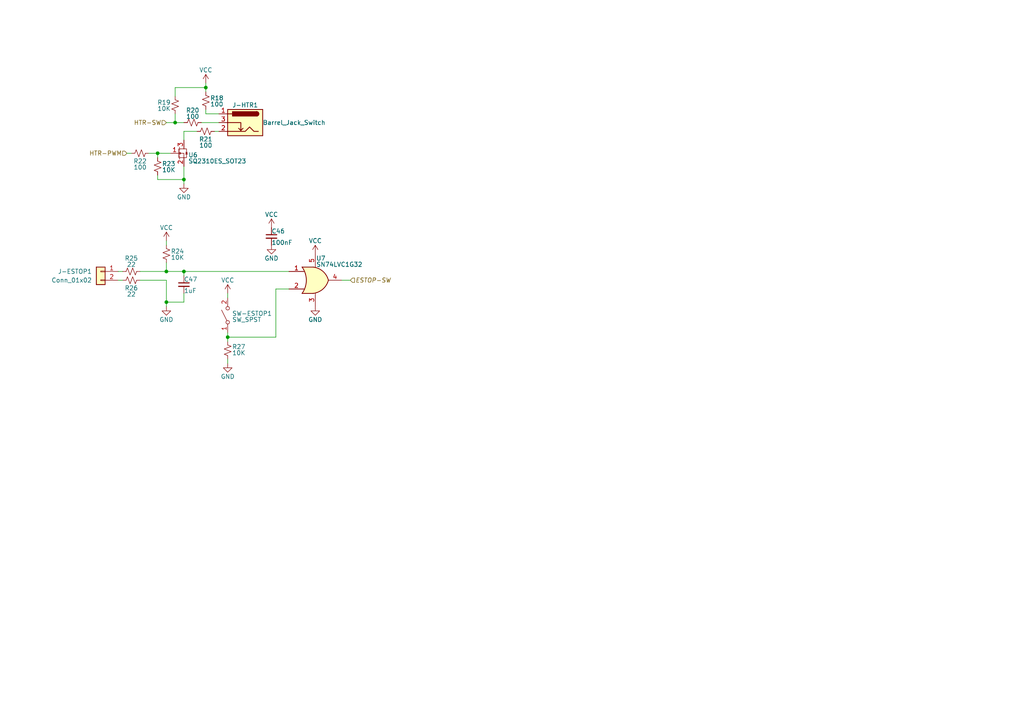
<source format=kicad_sch>
(kicad_sch (version 20230121) (generator eeschema)

  (uuid bcf0c1fb-c5db-4dbb-b9c5-7fad88a53600)

  (paper "A4")

  (title_block
    (title "EasyBake Reflow Oven")
    (rev "6")
    (company "Daxxn Industries")
  )

  (lib_symbols
    (symbol "Connector:Barrel_Jack_Switch" (pin_names hide) (in_bom yes) (on_board yes)
      (property "Reference" "J" (at 0 5.334 0)
        (effects (font (size 1.27 1.27)))
      )
      (property "Value" "Barrel_Jack_Switch" (at 0 -5.08 0)
        (effects (font (size 1.27 1.27)))
      )
      (property "Footprint" "" (at 1.27 -1.016 0)
        (effects (font (size 1.27 1.27)) hide)
      )
      (property "Datasheet" "~" (at 1.27 -1.016 0)
        (effects (font (size 1.27 1.27)) hide)
      )
      (property "ki_keywords" "DC power barrel jack connector" (at 0 0 0)
        (effects (font (size 1.27 1.27)) hide)
      )
      (property "ki_description" "DC Barrel Jack with an internal switch" (at 0 0 0)
        (effects (font (size 1.27 1.27)) hide)
      )
      (property "ki_fp_filters" "BarrelJack*" (at 0 0 0)
        (effects (font (size 1.27 1.27)) hide)
      )
      (symbol "Barrel_Jack_Switch_0_1"
        (rectangle (start -5.08 3.81) (end 5.08 -3.81)
          (stroke (width 0.254) (type default))
          (fill (type background))
        )
        (arc (start -3.302 3.175) (mid -3.9343 2.54) (end -3.302 1.905)
          (stroke (width 0.254) (type default))
          (fill (type none))
        )
        (arc (start -3.302 3.175) (mid -3.9343 2.54) (end -3.302 1.905)
          (stroke (width 0.254) (type default))
          (fill (type outline))
        )
        (polyline
          (pts
            (xy 1.27 -2.286)
            (xy 1.905 -1.651)
          )
          (stroke (width 0.254) (type default))
          (fill (type none))
        )
        (polyline
          (pts
            (xy 5.08 2.54)
            (xy 3.81 2.54)
          )
          (stroke (width 0.254) (type default))
          (fill (type none))
        )
        (polyline
          (pts
            (xy 5.08 0)
            (xy 1.27 0)
            (xy 1.27 -2.286)
            (xy 0.635 -1.651)
          )
          (stroke (width 0.254) (type default))
          (fill (type none))
        )
        (polyline
          (pts
            (xy -3.81 -2.54)
            (xy -2.54 -2.54)
            (xy -1.27 -1.27)
            (xy 0 -2.54)
            (xy 2.54 -2.54)
            (xy 5.08 -2.54)
          )
          (stroke (width 0.254) (type default))
          (fill (type none))
        )
        (rectangle (start 3.683 3.175) (end -3.302 1.905)
          (stroke (width 0.254) (type default))
          (fill (type outline))
        )
      )
      (symbol "Barrel_Jack_Switch_1_1"
        (pin passive line (at 7.62 2.54 180) (length 2.54)
          (name "~" (effects (font (size 1.27 1.27))))
          (number "1" (effects (font (size 1.27 1.27))))
        )
        (pin passive line (at 7.62 -2.54 180) (length 2.54)
          (name "~" (effects (font (size 1.27 1.27))))
          (number "2" (effects (font (size 1.27 1.27))))
        )
        (pin passive line (at 7.62 0 180) (length 2.54)
          (name "~" (effects (font (size 1.27 1.27))))
          (number "3" (effects (font (size 1.27 1.27))))
        )
      )
    )
    (symbol "Connector_Generic:Conn_01x02" (pin_names (offset 1.016) hide) (in_bom yes) (on_board yes)
      (property "Reference" "J" (at 0 2.54 0)
        (effects (font (size 1.27 1.27)))
      )
      (property "Value" "Conn_01x02" (at 0 -5.08 0)
        (effects (font (size 1.27 1.27)))
      )
      (property "Footprint" "" (at 0 0 0)
        (effects (font (size 1.27 1.27)) hide)
      )
      (property "Datasheet" "~" (at 0 0 0)
        (effects (font (size 1.27 1.27)) hide)
      )
      (property "ki_keywords" "connector" (at 0 0 0)
        (effects (font (size 1.27 1.27)) hide)
      )
      (property "ki_description" "Generic connector, single row, 01x02, script generated (kicad-library-utils/schlib/autogen/connector/)" (at 0 0 0)
        (effects (font (size 1.27 1.27)) hide)
      )
      (property "ki_fp_filters" "Connector*:*_1x??_*" (at 0 0 0)
        (effects (font (size 1.27 1.27)) hide)
      )
      (symbol "Conn_01x02_1_1"
        (rectangle (start -1.27 -2.413) (end 0 -2.667)
          (stroke (width 0.1524) (type default))
          (fill (type none))
        )
        (rectangle (start -1.27 0.127) (end 0 -0.127)
          (stroke (width 0.1524) (type default))
          (fill (type none))
        )
        (rectangle (start -1.27 1.27) (end 1.27 -3.81)
          (stroke (width 0.254) (type default))
          (fill (type background))
        )
        (pin passive line (at -5.08 0 0) (length 3.81)
          (name "Pin_1" (effects (font (size 1.27 1.27))))
          (number "1" (effects (font (size 1.27 1.27))))
        )
        (pin passive line (at -5.08 -2.54 0) (length 3.81)
          (name "Pin_2" (effects (font (size 1.27 1.27))))
          (number "2" (effects (font (size 1.27 1.27))))
        )
      )
    )
    (symbol "Daxxn_Logic:SN74LVC1G32" (pin_names (offset 1.016)) (in_bom yes) (on_board yes)
      (property "Reference" "U" (at 2.54 6.35 0)
        (effects (font (size 1.27 1.27)) (justify left))
      )
      (property "Value" "SN74LVC1G32" (at 2.54 3.81 0)
        (effects (font (size 1.27 1.27)) (justify left))
      )
      (property "Footprint" "Package_TO_SOT_SMD:SOT-23-5" (at 2.54 11.43 0)
        (effects (font (size 1.27 1.27)) (justify left) hide)
      )
      (property "Datasheet" "https://www.ti.com/lit/ds/symlink/sn74lvc1g32.pdf?HQS=dis-dk-null-digikeymode-dsf-pf-null-wwe&ts=1660110937907&ref_url=https%253A%252F%252Fwww.ti.com%252Fgeneral%252Fdocs%252Fsuppproductinfo.tsp%253FdistId%253D10%2526gotoUrl%253Dhttps%253A%252F%252Fwww.ti.com%252Flit%252Fgpn%252Fsn74lvc1g32" (at 2.54 8.89 0)
        (effects (font (size 1.27 1.27)) (justify left) hide)
      )
      (property "ki_keywords" "TTL Or2 single or" (at 0 0 0)
        (effects (font (size 1.27 1.27)) hide)
      )
      (property "ki_description" "Single 2-input OR" (at 0 0 0)
        (effects (font (size 1.27 1.27)) hide)
      )
      (property "ki_fp_filters" "DIP?14*" (at 0 0 0)
        (effects (font (size 1.27 1.27)) hide)
      )
      (symbol "SN74LVC1G32_1_1"
        (arc (start -3.81 -3.81) (mid -2.589 0) (end -3.81 3.81)
          (stroke (width 0.254) (type default))
          (fill (type none))
        )
        (arc (start -0.6096 -3.81) (mid 2.1855 -2.584) (end 3.81 0)
          (stroke (width 0.254) (type default))
          (fill (type background))
        )
        (polyline
          (pts
            (xy -3.81 -3.81)
            (xy -0.635 -3.81)
          )
          (stroke (width 0.254) (type default))
          (fill (type background))
        )
        (polyline
          (pts
            (xy -3.81 3.81)
            (xy -0.635 3.81)
          )
          (stroke (width 0.254) (type default))
          (fill (type background))
        )
        (polyline
          (pts
            (xy -0.635 3.81)
            (xy -3.81 3.81)
            (xy -3.81 3.81)
            (xy -3.556 3.4036)
            (xy -3.0226 2.2606)
            (xy -2.6924 1.0414)
            (xy -2.6162 -0.254)
            (xy -2.7686 -1.4986)
            (xy -3.175 -2.7178)
            (xy -3.81 -3.81)
            (xy -3.81 -3.81)
            (xy -0.635 -3.81)
          )
          (stroke (width -25.4) (type default))
          (fill (type background))
        )
        (arc (start 3.81 0) (mid 2.1928 2.5925) (end -0.6096 3.81)
          (stroke (width 0.254) (type default))
          (fill (type background))
        )
        (pin input line (at -7.62 2.54 0) (length 4.318)
          (name "~" (effects (font (size 1.27 1.27))))
          (number "1" (effects (font (size 1.27 1.27))))
        )
        (pin input line (at -7.62 -2.54 0) (length 4.318)
          (name "~" (effects (font (size 1.27 1.27))))
          (number "2" (effects (font (size 1.27 1.27))))
        )
        (pin power_in line (at 0 -7.62 90) (length 3.81)
          (name "~" (effects (font (size 1.27 1.27))))
          (number "3" (effects (font (size 1.27 1.27))))
        )
        (pin output line (at 7.62 0 180) (length 3.81)
          (name "~" (effects (font (size 1.27 1.27))))
          (number "4" (effects (font (size 1.27 1.27))))
        )
        (pin power_in line (at 0 7.62 270) (length 3.81)
          (name "~" (effects (font (size 1.27 1.27))))
          (number "5" (effects (font (size 1.27 1.27))))
        )
      )
    )
    (symbol "Daxxn_Transistors:SQ2310ES_SOT23" (in_bom yes) (on_board yes)
      (property "Reference" "U" (at 2.54 -1.27 0)
        (effects (font (size 1.27 1.27)) (justify left))
      )
      (property "Value" "SQ2310ES_SOT23" (at 2.54 1.27 0)
        (effects (font (size 1.27 1.27)) (justify left))
      )
      (property "Footprint" "Package_TO_SOT_SMD:SOT-23" (at 1.27 15.24 0)
        (effects (font (size 1.27 1.27)) hide)
      )
      (property "Datasheet" "C:\\Users\\Daxxn\\Documents\\Electrical\\Datasheets\\SQ2310ES.pdf" (at 1.27 12.7 0)
        (effects (font (size 1.27 1.27)) hide)
      )
      (property "ki_keywords" "n-ch mosfet fet" (at 0 0 0)
        (effects (font (size 1.27 1.27)) hide)
      )
      (property "ki_description" "N-Ch MOSFET" (at 0 0 0)
        (effects (font (size 1.27 1.27)) hide)
      )
      (symbol "SQ2310ES_SOT23_0_0"
        (pin input line (at -2.54 0 0) (length 2.25)
          (name "G" (effects (font (size 0 0))))
          (number "1" (effects (font (size 1.27 1.27))))
        )
        (pin bidirectional line (at 1.27 -3.81 90) (length 2.54)
          (name "S" (effects (font (size 0 0))))
          (number "2" (effects (font (size 1.27 1.27))))
        )
        (pin bidirectional line (at 1.27 3.81 270) (length 2.54)
          (name "D" (effects (font (size 0 0))))
          (number "3" (effects (font (size 1.27 1.27))))
        )
      )
      (symbol "SQ2310ES_SOT23_0_1"
        (polyline
          (pts
            (xy -0.254 -1.27)
            (xy -0.254 1.27)
          )
          (stroke (width 0) (type default))
          (fill (type none))
        )
        (polyline
          (pts
            (xy 0 -1.778)
            (xy 0 -0.762)
          )
          (stroke (width 0) (type default))
          (fill (type none))
        )
        (polyline
          (pts
            (xy 0 -0.508)
            (xy 0 0.508)
          )
          (stroke (width 0) (type default))
          (fill (type none))
        )
        (polyline
          (pts
            (xy 0 1.778)
            (xy 0 0.762)
          )
          (stroke (width 0) (type default))
          (fill (type none))
        )
        (polyline
          (pts
            (xy 1.778 0.254)
            (xy 2.286 0.254)
          )
          (stroke (width 0) (type default))
          (fill (type none))
        )
        (polyline
          (pts
            (xy 0 -1.27)
            (xy 1.27 -1.27)
            (xy 1.27 -1.27)
          )
          (stroke (width 0) (type default))
          (fill (type none))
        )
        (polyline
          (pts
            (xy 0 1.27)
            (xy 1.27 1.27)
            (xy 1.27 1.27)
          )
          (stroke (width 0) (type default))
          (fill (type none))
        )
        (polyline
          (pts
            (xy 1.27 -1.27)
            (xy 1.27 0)
            (xy 0 0)
          )
          (stroke (width 0) (type default))
          (fill (type none))
        )
        (polyline
          (pts
            (xy 0 0)
            (xy 0.254 0.254)
            (xy 0.254 -0.254)
            (xy 0 0)
          )
          (stroke (width 0) (type default))
          (fill (type none))
        )
        (polyline
          (pts
            (xy 1.27 -1.27)
            (xy 2.032 -1.27)
            (xy 2.032 1.27)
            (xy 1.27 1.27)
          )
          (stroke (width 0) (type default))
          (fill (type none))
        )
        (polyline
          (pts
            (xy 2.032 0.254)
            (xy 1.778 -0.254)
            (xy 2.286 -0.254)
            (xy 2.032 0.254)
          )
          (stroke (width 0) (type default))
          (fill (type outline))
        )
      )
    )
    (symbol "Device:C_Small" (pin_numbers hide) (pin_names (offset 0.254) hide) (in_bom yes) (on_board yes)
      (property "Reference" "C" (at 0.254 1.778 0)
        (effects (font (size 1.27 1.27)) (justify left))
      )
      (property "Value" "C_Small" (at 0.254 -2.032 0)
        (effects (font (size 1.27 1.27)) (justify left))
      )
      (property "Footprint" "" (at 0 0 0)
        (effects (font (size 1.27 1.27)) hide)
      )
      (property "Datasheet" "~" (at 0 0 0)
        (effects (font (size 1.27 1.27)) hide)
      )
      (property "ki_keywords" "capacitor cap" (at 0 0 0)
        (effects (font (size 1.27 1.27)) hide)
      )
      (property "ki_description" "Unpolarized capacitor, small symbol" (at 0 0 0)
        (effects (font (size 1.27 1.27)) hide)
      )
      (property "ki_fp_filters" "C_*" (at 0 0 0)
        (effects (font (size 1.27 1.27)) hide)
      )
      (symbol "C_Small_0_1"
        (polyline
          (pts
            (xy -1.524 -0.508)
            (xy 1.524 -0.508)
          )
          (stroke (width 0.3302) (type default))
          (fill (type none))
        )
        (polyline
          (pts
            (xy -1.524 0.508)
            (xy 1.524 0.508)
          )
          (stroke (width 0.3048) (type default))
          (fill (type none))
        )
      )
      (symbol "C_Small_1_1"
        (pin passive line (at 0 2.54 270) (length 2.032)
          (name "~" (effects (font (size 1.27 1.27))))
          (number "1" (effects (font (size 1.27 1.27))))
        )
        (pin passive line (at 0 -2.54 90) (length 2.032)
          (name "~" (effects (font (size 1.27 1.27))))
          (number "2" (effects (font (size 1.27 1.27))))
        )
      )
    )
    (symbol "Device:R_Small_US" (pin_numbers hide) (pin_names (offset 0.254) hide) (in_bom yes) (on_board yes)
      (property "Reference" "R" (at 0.762 0.508 0)
        (effects (font (size 1.27 1.27)) (justify left))
      )
      (property "Value" "R_Small_US" (at 0.762 -1.016 0)
        (effects (font (size 1.27 1.27)) (justify left))
      )
      (property "Footprint" "" (at 0 0 0)
        (effects (font (size 1.27 1.27)) hide)
      )
      (property "Datasheet" "~" (at 0 0 0)
        (effects (font (size 1.27 1.27)) hide)
      )
      (property "ki_keywords" "r resistor" (at 0 0 0)
        (effects (font (size 1.27 1.27)) hide)
      )
      (property "ki_description" "Resistor, small US symbol" (at 0 0 0)
        (effects (font (size 1.27 1.27)) hide)
      )
      (property "ki_fp_filters" "R_*" (at 0 0 0)
        (effects (font (size 1.27 1.27)) hide)
      )
      (symbol "R_Small_US_1_1"
        (polyline
          (pts
            (xy 0 0)
            (xy 1.016 -0.381)
            (xy 0 -0.762)
            (xy -1.016 -1.143)
            (xy 0 -1.524)
          )
          (stroke (width 0) (type default))
          (fill (type none))
        )
        (polyline
          (pts
            (xy 0 1.524)
            (xy 1.016 1.143)
            (xy 0 0.762)
            (xy -1.016 0.381)
            (xy 0 0)
          )
          (stroke (width 0) (type default))
          (fill (type none))
        )
        (pin passive line (at 0 2.54 270) (length 1.016)
          (name "~" (effects (font (size 1.27 1.27))))
          (number "1" (effects (font (size 1.27 1.27))))
        )
        (pin passive line (at 0 -2.54 90) (length 1.016)
          (name "~" (effects (font (size 1.27 1.27))))
          (number "2" (effects (font (size 1.27 1.27))))
        )
      )
    )
    (symbol "Switch:SW_SPST" (pin_names (offset 0) hide) (in_bom yes) (on_board yes)
      (property "Reference" "SW" (at 0 3.175 0)
        (effects (font (size 1.27 1.27)))
      )
      (property "Value" "SW_SPST" (at 0 -2.54 0)
        (effects (font (size 1.27 1.27)))
      )
      (property "Footprint" "" (at 0 0 0)
        (effects (font (size 1.27 1.27)) hide)
      )
      (property "Datasheet" "~" (at 0 0 0)
        (effects (font (size 1.27 1.27)) hide)
      )
      (property "ki_keywords" "switch lever" (at 0 0 0)
        (effects (font (size 1.27 1.27)) hide)
      )
      (property "ki_description" "Single Pole Single Throw (SPST) switch" (at 0 0 0)
        (effects (font (size 1.27 1.27)) hide)
      )
      (symbol "SW_SPST_0_0"
        (circle (center -2.032 0) (radius 0.508)
          (stroke (width 0) (type default))
          (fill (type none))
        )
        (polyline
          (pts
            (xy -1.524 0.254)
            (xy 1.524 1.778)
          )
          (stroke (width 0) (type default))
          (fill (type none))
        )
        (circle (center 2.032 0) (radius 0.508)
          (stroke (width 0) (type default))
          (fill (type none))
        )
      )
      (symbol "SW_SPST_1_1"
        (pin passive line (at -5.08 0 0) (length 2.54)
          (name "A" (effects (font (size 1.27 1.27))))
          (number "1" (effects (font (size 1.27 1.27))))
        )
        (pin passive line (at 5.08 0 180) (length 2.54)
          (name "B" (effects (font (size 1.27 1.27))))
          (number "2" (effects (font (size 1.27 1.27))))
        )
      )
    )
    (symbol "power:GND" (power) (pin_names (offset 0)) (in_bom yes) (on_board yes)
      (property "Reference" "#PWR" (at 0 -6.35 0)
        (effects (font (size 1.27 1.27)) hide)
      )
      (property "Value" "GND" (at 0 -3.81 0)
        (effects (font (size 1.27 1.27)))
      )
      (property "Footprint" "" (at 0 0 0)
        (effects (font (size 1.27 1.27)) hide)
      )
      (property "Datasheet" "" (at 0 0 0)
        (effects (font (size 1.27 1.27)) hide)
      )
      (property "ki_keywords" "power-flag" (at 0 0 0)
        (effects (font (size 1.27 1.27)) hide)
      )
      (property "ki_description" "Power symbol creates a global label with name \"GND\" , ground" (at 0 0 0)
        (effects (font (size 1.27 1.27)) hide)
      )
      (symbol "GND_0_1"
        (polyline
          (pts
            (xy 0 0)
            (xy 0 -1.27)
            (xy 1.27 -1.27)
            (xy 0 -2.54)
            (xy -1.27 -1.27)
            (xy 0 -1.27)
          )
          (stroke (width 0) (type default))
          (fill (type none))
        )
      )
      (symbol "GND_1_1"
        (pin power_in line (at 0 0 270) (length 0) hide
          (name "GND" (effects (font (size 1.27 1.27))))
          (number "1" (effects (font (size 1.27 1.27))))
        )
      )
    )
    (symbol "power:VCC" (power) (pin_names (offset 0)) (in_bom yes) (on_board yes)
      (property "Reference" "#PWR" (at 0 -3.81 0)
        (effects (font (size 1.27 1.27)) hide)
      )
      (property "Value" "VCC" (at 0 3.81 0)
        (effects (font (size 1.27 1.27)))
      )
      (property "Footprint" "" (at 0 0 0)
        (effects (font (size 1.27 1.27)) hide)
      )
      (property "Datasheet" "" (at 0 0 0)
        (effects (font (size 1.27 1.27)) hide)
      )
      (property "ki_keywords" "global power" (at 0 0 0)
        (effects (font (size 1.27 1.27)) hide)
      )
      (property "ki_description" "Power symbol creates a global label with name \"VCC\"" (at 0 0 0)
        (effects (font (size 1.27 1.27)) hide)
      )
      (symbol "VCC_0_1"
        (polyline
          (pts
            (xy -0.762 1.27)
            (xy 0 2.54)
          )
          (stroke (width 0) (type default))
          (fill (type none))
        )
        (polyline
          (pts
            (xy 0 0)
            (xy 0 2.54)
          )
          (stroke (width 0) (type default))
          (fill (type none))
        )
        (polyline
          (pts
            (xy 0 2.54)
            (xy 0.762 1.27)
          )
          (stroke (width 0) (type default))
          (fill (type none))
        )
      )
      (symbol "VCC_1_1"
        (pin power_in line (at 0 0 90) (length 0) hide
          (name "VCC" (effects (font (size 1.27 1.27))))
          (number "1" (effects (font (size 1.27 1.27))))
        )
      )
    )
  )

  (junction (at 48.26 78.74) (diameter 0) (color 0 0 0 0)
    (uuid 45dc68ee-d13a-45ae-ac7e-6ecca425026b)
  )
  (junction (at 48.26 87.63) (diameter 0) (color 0 0 0 0)
    (uuid 49d906b6-244c-4ab0-9d31-78456a6ac7ee)
  )
  (junction (at 53.34 78.74) (diameter 0) (color 0 0 0 0)
    (uuid 4c3bffd0-e35d-4472-be0e-be8a8bfd0f37)
  )
  (junction (at 53.34 52.07) (diameter 0) (color 0 0 0 0)
    (uuid 73a1f466-eda1-4a24-9138-143adb38dd98)
  )
  (junction (at 59.69 25.4) (diameter 0) (color 0 0 0 0)
    (uuid 927ce8a5-6b72-49b0-8741-a3b1ca59a67b)
  )
  (junction (at 50.8 35.56) (diameter 0) (color 0 0 0 0)
    (uuid b2ec472a-5d89-44f4-a21e-2efb20a6797a)
  )
  (junction (at 66.04 97.79) (diameter 0) (color 0 0 0 0)
    (uuid cb4b158b-ddf4-40dd-a912-cbc34e3e8434)
  )
  (junction (at 45.72 44.45) (diameter 0) (color 0 0 0 0)
    (uuid d6c38841-3c40-43d5-a10f-0f65d2eb0bb3)
  )

  (wire (pts (xy 53.34 52.07) (xy 53.34 53.34))
    (stroke (width 0) (type default))
    (uuid 001057ce-186a-458c-93e5-a6d8479d28a0)
  )
  (wire (pts (xy 59.69 24.13) (xy 59.69 25.4))
    (stroke (width 0) (type default))
    (uuid 00a54fd3-dbd0-4075-b2b6-a13cd77a3aa5)
  )
  (wire (pts (xy 50.8 33.02) (xy 50.8 35.56))
    (stroke (width 0) (type default))
    (uuid 0670a91e-a486-4735-8fc8-51883252d3f1)
  )
  (wire (pts (xy 80.01 97.79) (xy 80.01 83.82))
    (stroke (width 0) (type default))
    (uuid 0835ae72-d36a-42ba-bbc2-60e1f95c731c)
  )
  (wire (pts (xy 53.34 78.74) (xy 83.82 78.74))
    (stroke (width 0) (type default))
    (uuid 0afe94e3-838c-40cc-b300-ddafb9a47d48)
  )
  (wire (pts (xy 48.26 78.74) (xy 53.34 78.74))
    (stroke (width 0) (type default))
    (uuid 0b417db1-2541-4fbb-b2f8-b86dab97c5b4)
  )
  (wire (pts (xy 59.69 25.4) (xy 59.69 26.67))
    (stroke (width 0) (type default))
    (uuid 11241a6c-7670-4bb9-9443-f168b6eab3b3)
  )
  (wire (pts (xy 50.8 25.4) (xy 59.69 25.4))
    (stroke (width 0) (type default))
    (uuid 15c8af09-3dcf-443d-a783-7fcf32342da8)
  )
  (wire (pts (xy 43.18 44.45) (xy 45.72 44.45))
    (stroke (width 0) (type default))
    (uuid 18ec919b-d598-45aa-ad8f-362384762c76)
  )
  (wire (pts (xy 48.26 87.63) (xy 48.26 88.9))
    (stroke (width 0) (type default))
    (uuid 19c9e910-8587-4cdc-895e-36674b3248f0)
  )
  (wire (pts (xy 66.04 97.79) (xy 66.04 99.06))
    (stroke (width 0) (type default))
    (uuid 1d026b84-5f07-4dc1-b1f4-e6503fe2e69e)
  )
  (wire (pts (xy 66.04 97.79) (xy 80.01 97.79))
    (stroke (width 0) (type default))
    (uuid 1d4af741-0d9f-49ca-9ebf-4a718340bd72)
  )
  (wire (pts (xy 59.69 31.75) (xy 59.69 33.02))
    (stroke (width 0) (type default))
    (uuid 1ed0c43e-b75c-4017-b896-08bd82f56f4d)
  )
  (wire (pts (xy 48.26 76.2) (xy 48.26 78.74))
    (stroke (width 0) (type default))
    (uuid 210c5dd3-fc4e-4c7f-9569-2d5c9482c3ce)
  )
  (wire (pts (xy 45.72 44.45) (xy 49.53 44.45))
    (stroke (width 0) (type default))
    (uuid 2e090f0c-39de-4e7d-ba9f-b2774b7f9850)
  )
  (wire (pts (xy 53.34 78.74) (xy 53.34 80.01))
    (stroke (width 0) (type default))
    (uuid 2f2e9e22-1685-4510-a5bc-2de5a65e92e7)
  )
  (wire (pts (xy 45.72 44.45) (xy 45.72 45.72))
    (stroke (width 0) (type default))
    (uuid 33a98504-8aa0-4c07-a96a-e34bfc976df4)
  )
  (wire (pts (xy 40.64 81.28) (xy 48.26 81.28))
    (stroke (width 0) (type default))
    (uuid 3627e168-edfd-44b2-95ff-5afb72aa6da5)
  )
  (wire (pts (xy 36.83 44.45) (xy 38.1 44.45))
    (stroke (width 0) (type default))
    (uuid 3b5692c1-2965-4bfb-8aba-68ae39a63879)
  )
  (wire (pts (xy 45.72 52.07) (xy 53.34 52.07))
    (stroke (width 0) (type default))
    (uuid 55fe3bf1-d1f5-4d1e-9146-17813c7be24b)
  )
  (wire (pts (xy 62.23 38.1) (xy 63.5 38.1))
    (stroke (width 0) (type default))
    (uuid 58142478-6b96-4d9e-9fae-3872222ee2a1)
  )
  (wire (pts (xy 53.34 85.09) (xy 53.34 87.63))
    (stroke (width 0) (type default))
    (uuid 5ba9b04c-39cf-42f1-b87d-5cfe4abbf3cb)
  )
  (wire (pts (xy 34.29 81.28) (xy 35.56 81.28))
    (stroke (width 0) (type default))
    (uuid 61249416-cc0d-4c99-ae2c-c433ed12217f)
  )
  (wire (pts (xy 53.34 48.26) (xy 53.34 52.07))
    (stroke (width 0) (type default))
    (uuid 6c29b17c-c669-48c9-bfcd-ffd17a8a81b9)
  )
  (wire (pts (xy 48.26 81.28) (xy 48.26 87.63))
    (stroke (width 0) (type default))
    (uuid 72dab316-6fa2-4a22-a03f-e7187e43afa9)
  )
  (wire (pts (xy 59.69 33.02) (xy 63.5 33.02))
    (stroke (width 0) (type default))
    (uuid 7dae1d20-6cd3-4295-809c-77cb316a53bb)
  )
  (wire (pts (xy 66.04 96.52) (xy 66.04 97.79))
    (stroke (width 0) (type default))
    (uuid 82e8f916-316d-4e05-a439-b8ede0d560de)
  )
  (wire (pts (xy 53.34 38.1) (xy 57.15 38.1))
    (stroke (width 0) (type default))
    (uuid 9d002bea-2d3a-4445-bb09-4e7a922545cd)
  )
  (wire (pts (xy 35.56 78.74) (xy 34.29 78.74))
    (stroke (width 0) (type default))
    (uuid aa6bca03-5465-4af6-8909-8cc654eeddcb)
  )
  (wire (pts (xy 66.04 104.14) (xy 66.04 105.41))
    (stroke (width 0) (type default))
    (uuid befa2716-105c-4959-a7f3-225c68d6a66e)
  )
  (wire (pts (xy 48.26 35.56) (xy 50.8 35.56))
    (stroke (width 0) (type default))
    (uuid c5424b98-4578-4d7e-905b-d30009e70a62)
  )
  (wire (pts (xy 99.06 81.28) (xy 101.6 81.28))
    (stroke (width 0) (type default))
    (uuid cb9aa20d-6c40-41c8-8db1-118fb303b168)
  )
  (wire (pts (xy 58.42 35.56) (xy 63.5 35.56))
    (stroke (width 0) (type default))
    (uuid d24ca984-338d-4b9e-9fce-7a94807ba7c2)
  )
  (wire (pts (xy 45.72 50.8) (xy 45.72 52.07))
    (stroke (width 0) (type default))
    (uuid d2e2ec7a-4fe1-4844-afa8-37398203ddd1)
  )
  (wire (pts (xy 66.04 85.09) (xy 66.04 86.36))
    (stroke (width 0) (type default))
    (uuid d794dce1-0db7-42a1-b6f6-45df0aceddef)
  )
  (wire (pts (xy 50.8 27.94) (xy 50.8 25.4))
    (stroke (width 0) (type default))
    (uuid d8806cd2-7310-42eb-bbbe-37f0671618e2)
  )
  (wire (pts (xy 48.26 69.85) (xy 48.26 71.12))
    (stroke (width 0) (type default))
    (uuid da2b7ade-b934-45f1-9bc9-0384f78b5144)
  )
  (wire (pts (xy 48.26 78.74) (xy 40.64 78.74))
    (stroke (width 0) (type default))
    (uuid e4374147-4bfe-42ed-8b25-c33498d4391c)
  )
  (wire (pts (xy 53.34 38.1) (xy 53.34 40.64))
    (stroke (width 0) (type default))
    (uuid ec1b879e-1319-4cd3-988e-ff3f458d79da)
  )
  (wire (pts (xy 50.8 35.56) (xy 53.34 35.56))
    (stroke (width 0) (type default))
    (uuid ed5ee279-a4be-403b-bb89-9af7e2264769)
  )
  (wire (pts (xy 53.34 87.63) (xy 48.26 87.63))
    (stroke (width 0) (type default))
    (uuid effbfa5d-e1f3-4a10-8b97-8d7246bd0540)
  )
  (wire (pts (xy 80.01 83.82) (xy 83.82 83.82))
    (stroke (width 0) (type default))
    (uuid f3b47a06-de09-4959-9e58-60474b1f8721)
  )

  (hierarchical_label "ESTOP-SW" (shape input) (at 101.6 81.28 0) (fields_autoplaced)
    (effects (font (size 1.27 1.27) italic) (justify left))
    (uuid 19fc8fba-c850-47e1-ab4d-c37f54a67927)
  )
  (hierarchical_label "HTR-PWM" (shape input) (at 36.83 44.45 180) (fields_autoplaced)
    (effects (font (size 1.27 1.27)) (justify right))
    (uuid 1f95aef0-ab9e-47d2-ac0a-3343682c6f9d)
  )
  (hierarchical_label "HTR-SW" (shape input) (at 48.26 35.56 180) (fields_autoplaced)
    (effects (font (size 1.27 1.27)) (justify right))
    (uuid d6722bf8-3696-4ab1-b6a7-99d362d75015)
  )

  (symbol (lib_id "power:VCC") (at 48.26 69.85 0) (unit 1)
    (in_bom yes) (on_board yes) (dnp no)
    (uuid 06b2bec2-75b8-4e7a-9e4f-a020612cc84e)
    (property "Reference" "#PWR041" (at 48.26 73.66 0)
      (effects (font (size 1.27 1.27)) hide)
    )
    (property "Value" "VCC" (at 48.26 66.04 0)
      (effects (font (size 1.27 1.27)))
    )
    (property "Footprint" "" (at 48.26 69.85 0)
      (effects (font (size 1.27 1.27)) hide)
    )
    (property "Datasheet" "" (at 48.26 69.85 0)
      (effects (font (size 1.27 1.27)) hide)
    )
    (pin "1" (uuid 4d593f49-ed01-4eb2-a7ec-1e162994789e))
    (instances
      (project "EasyBakeREV1"
        (path "/e63e39d7-6ac0-4ffd-8aa3-1841a4541b55/562bcfff-999f-4ddd-8529-db8a5890b5a5"
          (reference "#PWR041") (unit 1)
        )
        (path "/e63e39d7-6ac0-4ffd-8aa3-1841a4541b55/016ea102-5549-475b-a789-f3317b135b36"
          (reference "#PWR039") (unit 1)
        )
      )
    )
  )

  (symbol (lib_id "Device:R_Small_US") (at 55.88 35.56 270) (unit 1)
    (in_bom yes) (on_board yes) (dnp no)
    (uuid 0ad18e94-f57a-4c50-9fbc-db3c95f3bc15)
    (property "Reference" "R20" (at 55.88 32.004 90)
      (effects (font (size 1.27 1.27)))
    )
    (property "Value" "100" (at 55.88 33.782 90)
      (effects (font (size 1.27 1.27)))
    )
    (property "Footprint" "Resistor_SMD:R_0402_1005Metric" (at 55.88 35.56 0)
      (effects (font (size 1.27 1.27)) hide)
    )
    (property "Datasheet" "~" (at 55.88 35.56 0)
      (effects (font (size 1.27 1.27)) hide)
    )
    (property "Schematic" "" (at 55.88 35.56 0)
      (effects (font (size 1.27 1.27)) hide)
    )
    (property "PartNumber" "" (at 55.88 35.56 0)
      (effects (font (size 1.27 1.27)))
    )
    (property "SupplierPN" "" (at 55.88 35.56 0)
      (effects (font (size 1.27 1.27)) hide)
    )
    (pin "1" (uuid 10d8b9e9-ac85-4b81-bee2-a07029fa5434))
    (pin "2" (uuid c45133ff-406a-4c49-8d52-f8859c84f6cd))
    (instances
      (project "EasyBakeREV1"
        (path "/e63e39d7-6ac0-4ffd-8aa3-1841a4541b55/016ea102-5549-475b-a789-f3317b135b36"
          (reference "R20") (unit 1)
        )
      )
    )
  )

  (symbol (lib_id "Device:C_Small") (at 53.34 82.55 0) (unit 1)
    (in_bom yes) (on_board yes) (dnp no)
    (uuid 1c15cdf5-f60f-4490-b3bb-19e76038e127)
    (property "Reference" "C47" (at 53.34 81.026 0)
      (effects (font (size 1.27 1.27)) (justify left))
    )
    (property "Value" "1uF" (at 53.34 84.328 0)
      (effects (font (size 1.27 1.27)) (justify left))
    )
    (property "Footprint" "Capacitor_SMD:C_0603_1608Metric" (at 53.34 82.55 0)
      (effects (font (size 1.27 1.27)) hide)
    )
    (property "Datasheet" "~" (at 53.34 82.55 0)
      (effects (font (size 1.27 1.27)) hide)
    )
    (property "Schematic" "" (at 53.34 82.55 0)
      (effects (font (size 1.27 1.27)) hide)
    )
    (property "PartNumber" "" (at 53.34 82.55 0)
      (effects (font (size 1.27 1.27)))
    )
    (property "SupplierPN" "" (at 53.34 82.55 0)
      (effects (font (size 1.27 1.27)) hide)
    )
    (pin "1" (uuid 3ba9b620-d307-4f4a-9b87-970381d65a67))
    (pin "2" (uuid b6e854a1-413a-498a-b5c2-a143c0d95160))
    (instances
      (project "EasyBakeREV1"
        (path "/e63e39d7-6ac0-4ffd-8aa3-1841a4541b55/016ea102-5549-475b-a789-f3317b135b36"
          (reference "C47") (unit 1)
        )
      )
    )
  )

  (symbol (lib_id "power:GND") (at 78.74 71.12 0) (unit 1)
    (in_bom yes) (on_board yes) (dnp no)
    (uuid 28dff2d3-a897-4fab-946c-56b7c41cdeed)
    (property "Reference" "#PWR040" (at 78.74 77.47 0)
      (effects (font (size 1.27 1.27)) hide)
    )
    (property "Value" "GND" (at 78.74 74.93 0)
      (effects (font (size 1.27 1.27)))
    )
    (property "Footprint" "" (at 78.74 71.12 0)
      (effects (font (size 1.27 1.27)) hide)
    )
    (property "Datasheet" "" (at 78.74 71.12 0)
      (effects (font (size 1.27 1.27)) hide)
    )
    (pin "1" (uuid e70b3321-590e-41d9-9b19-34e7164b8c4c))
    (instances
      (project "EasyBakeREV1"
        (path "/e63e39d7-6ac0-4ffd-8aa3-1841a4541b55/016ea102-5549-475b-a789-f3317b135b36"
          (reference "#PWR040") (unit 1)
        )
      )
    )
  )

  (symbol (lib_id "power:VCC") (at 78.74 66.04 0) (unit 1)
    (in_bom yes) (on_board yes) (dnp no)
    (uuid 2ae648da-94ca-4d2a-b708-40c25ee05b4e)
    (property "Reference" "#PWR041" (at 78.74 69.85 0)
      (effects (font (size 1.27 1.27)) hide)
    )
    (property "Value" "VCC" (at 78.74 62.23 0)
      (effects (font (size 1.27 1.27)))
    )
    (property "Footprint" "" (at 78.74 66.04 0)
      (effects (font (size 1.27 1.27)) hide)
    )
    (property "Datasheet" "" (at 78.74 66.04 0)
      (effects (font (size 1.27 1.27)) hide)
    )
    (pin "1" (uuid 8b282538-5965-4eb0-87b7-f83ed57a929d))
    (instances
      (project "EasyBakeREV1"
        (path "/e63e39d7-6ac0-4ffd-8aa3-1841a4541b55/562bcfff-999f-4ddd-8529-db8a5890b5a5"
          (reference "#PWR041") (unit 1)
        )
        (path "/e63e39d7-6ac0-4ffd-8aa3-1841a4541b55/016ea102-5549-475b-a789-f3317b135b36"
          (reference "#PWR038") (unit 1)
        )
      )
    )
  )

  (symbol (lib_id "Device:C_Small") (at 78.74 68.58 0) (unit 1)
    (in_bom yes) (on_board yes) (dnp no)
    (uuid 430b5799-d085-47eb-b8ae-f3128aa3ed2f)
    (property "Reference" "C46" (at 78.74 67.056 0)
      (effects (font (size 1.27 1.27)) (justify left))
    )
    (property "Value" "100nF" (at 78.74 70.358 0)
      (effects (font (size 1.27 1.27)) (justify left))
    )
    (property "Footprint" "Capacitor_SMD:C_0402_1005Metric" (at 78.74 68.58 0)
      (effects (font (size 1.27 1.27)) hide)
    )
    (property "Datasheet" "~" (at 78.74 68.58 0)
      (effects (font (size 1.27 1.27)) hide)
    )
    (property "Schematic" "" (at 78.74 68.58 0)
      (effects (font (size 1.27 1.27)) hide)
    )
    (property "PartNumber" "" (at 78.74 68.58 0)
      (effects (font (size 1.27 1.27)))
    )
    (property "SupplierPN" "" (at 78.74 68.58 0)
      (effects (font (size 1.27 1.27)) hide)
    )
    (pin "1" (uuid 24d21c44-c39a-4130-b2c7-d2b07d8dee2a))
    (pin "2" (uuid 8c413552-3401-411b-8df9-0038092bfed4))
    (instances
      (project "EasyBakeREV1"
        (path "/e63e39d7-6ac0-4ffd-8aa3-1841a4541b55/016ea102-5549-475b-a789-f3317b135b36"
          (reference "C46") (unit 1)
        )
      )
    )
  )

  (symbol (lib_id "Connector_Generic:Conn_01x02") (at 29.21 78.74 0) (mirror y) (unit 1)
    (in_bom yes) (on_board yes) (dnp no)
    (uuid 46892672-0040-4e13-8641-9eb3ed515863)
    (property "Reference" "J-ESTOP1" (at 26.67 78.74 0)
      (effects (font (size 1.27 1.27)) (justify left))
    )
    (property "Value" "Conn_01x02" (at 26.67 81.28 0)
      (effects (font (size 1.27 1.27)) (justify left))
    )
    (property "Footprint" "Connector_JST:JST_XH_B2B-XH-A_1x02_P2.50mm_Vertical" (at 29.21 78.74 0)
      (effects (font (size 1.27 1.27)) hide)
    )
    (property "Datasheet" "~" (at 29.21 78.74 0)
      (effects (font (size 1.27 1.27)) hide)
    )
    (pin "1" (uuid ce875f13-f681-4ef2-a736-a36205448b2f))
    (pin "2" (uuid 2b0d2808-5eab-47ba-9a3e-6a35b2648732))
    (instances
      (project "EasyBakeREV1"
        (path "/e63e39d7-6ac0-4ffd-8aa3-1841a4541b55/016ea102-5549-475b-a789-f3317b135b36"
          (reference "J-ESTOP1") (unit 1)
        )
      )
    )
  )

  (symbol (lib_id "power:GND") (at 48.26 88.9 0) (unit 1)
    (in_bom yes) (on_board yes) (dnp no)
    (uuid 624ba125-5183-4d86-8316-ee89e6575d30)
    (property "Reference" "#PWR043" (at 48.26 95.25 0)
      (effects (font (size 1.27 1.27)) hide)
    )
    (property "Value" "GND" (at 48.26 92.71 0)
      (effects (font (size 1.27 1.27)))
    )
    (property "Footprint" "" (at 48.26 88.9 0)
      (effects (font (size 1.27 1.27)) hide)
    )
    (property "Datasheet" "" (at 48.26 88.9 0)
      (effects (font (size 1.27 1.27)) hide)
    )
    (pin "1" (uuid 8b0c4867-e705-4bed-8a21-4e510f6fc69f))
    (instances
      (project "EasyBakeREV1"
        (path "/e63e39d7-6ac0-4ffd-8aa3-1841a4541b55/016ea102-5549-475b-a789-f3317b135b36"
          (reference "#PWR043") (unit 1)
        )
      )
    )
  )

  (symbol (lib_id "power:GND") (at 66.04 105.41 0) (unit 1)
    (in_bom yes) (on_board yes) (dnp no)
    (uuid 732f09a9-97f1-49ba-85d8-a652988724f5)
    (property "Reference" "#PWR045" (at 66.04 111.76 0)
      (effects (font (size 1.27 1.27)) hide)
    )
    (property "Value" "GND" (at 66.04 109.22 0)
      (effects (font (size 1.27 1.27)))
    )
    (property "Footprint" "" (at 66.04 105.41 0)
      (effects (font (size 1.27 1.27)) hide)
    )
    (property "Datasheet" "" (at 66.04 105.41 0)
      (effects (font (size 1.27 1.27)) hide)
    )
    (pin "1" (uuid ac050467-44c8-4dac-8384-d75d1008d213))
    (instances
      (project "EasyBakeREV1"
        (path "/e63e39d7-6ac0-4ffd-8aa3-1841a4541b55/016ea102-5549-475b-a789-f3317b135b36"
          (reference "#PWR045") (unit 1)
        )
      )
    )
  )

  (symbol (lib_id "power:VCC") (at 66.04 85.09 0) (unit 1)
    (in_bom yes) (on_board yes) (dnp no)
    (uuid 73f9146a-eab8-4650-a7de-90122ee95f1a)
    (property "Reference" "#PWR041" (at 66.04 88.9 0)
      (effects (font (size 1.27 1.27)) hide)
    )
    (property "Value" "VCC" (at 66.04 81.28 0)
      (effects (font (size 1.27 1.27)))
    )
    (property "Footprint" "" (at 66.04 85.09 0)
      (effects (font (size 1.27 1.27)) hide)
    )
    (property "Datasheet" "" (at 66.04 85.09 0)
      (effects (font (size 1.27 1.27)) hide)
    )
    (pin "1" (uuid dcffd660-cd46-4d0f-a9c1-ec87d08065b8))
    (instances
      (project "EasyBakeREV1"
        (path "/e63e39d7-6ac0-4ffd-8aa3-1841a4541b55/562bcfff-999f-4ddd-8529-db8a5890b5a5"
          (reference "#PWR041") (unit 1)
        )
        (path "/e63e39d7-6ac0-4ffd-8aa3-1841a4541b55/016ea102-5549-475b-a789-f3317b135b36"
          (reference "#PWR042") (unit 1)
        )
      )
    )
  )

  (symbol (lib_id "Device:R_Small_US") (at 50.8 30.48 180) (unit 1)
    (in_bom yes) (on_board yes) (dnp no)
    (uuid 7827533b-d790-42de-88c4-206dd9dc3b52)
    (property "Reference" "R19" (at 49.53 29.718 0)
      (effects (font (size 1.27 1.27)) (justify left))
    )
    (property "Value" "10K" (at 49.53 31.496 0)
      (effects (font (size 1.27 1.27)) (justify left))
    )
    (property "Footprint" "Resistor_SMD:R_0402_1005Metric" (at 50.8 30.48 0)
      (effects (font (size 1.27 1.27)) hide)
    )
    (property "Datasheet" "~" (at 50.8 30.48 0)
      (effects (font (size 1.27 1.27)) hide)
    )
    (property "Schematic" "" (at 50.8 30.48 0)
      (effects (font (size 1.27 1.27)) hide)
    )
    (property "PartNumber" "" (at 50.8 30.48 0)
      (effects (font (size 1.27 1.27)))
    )
    (property "SupplierPN" "" (at 50.8 30.48 0)
      (effects (font (size 1.27 1.27)) hide)
    )
    (pin "1" (uuid 0c35ce60-d452-4f66-a969-5c25ea6d24f2))
    (pin "2" (uuid 32366fda-a068-46cd-89e2-a9cfc463fdae))
    (instances
      (project "EasyBakeREV1"
        (path "/e63e39d7-6ac0-4ffd-8aa3-1841a4541b55/016ea102-5549-475b-a789-f3317b135b36"
          (reference "R19") (unit 1)
        )
      )
    )
  )

  (symbol (lib_id "Device:R_Small_US") (at 59.69 29.21 180) (unit 1)
    (in_bom yes) (on_board yes) (dnp no)
    (uuid 8b273d65-86a9-4555-8f68-01bf674b47cc)
    (property "Reference" "R18" (at 60.96 28.448 0)
      (effects (font (size 1.27 1.27)) (justify right))
    )
    (property "Value" "100" (at 60.96 30.226 0)
      (effects (font (size 1.27 1.27)) (justify right))
    )
    (property "Footprint" "Resistor_SMD:R_0402_1005Metric" (at 59.69 29.21 0)
      (effects (font (size 1.27 1.27)) hide)
    )
    (property "Datasheet" "~" (at 59.69 29.21 0)
      (effects (font (size 1.27 1.27)) hide)
    )
    (property "Schematic" "" (at 59.69 29.21 0)
      (effects (font (size 1.27 1.27)) hide)
    )
    (property "PartNumber" "" (at 59.69 29.21 0)
      (effects (font (size 1.27 1.27)))
    )
    (property "SupplierPN" "" (at 59.69 29.21 0)
      (effects (font (size 1.27 1.27)) hide)
    )
    (pin "1" (uuid 4e97623f-a887-4fea-93db-4a596c829739))
    (pin "2" (uuid 833a50ac-b6d9-42e4-9f60-ba4d1ef8e76e))
    (instances
      (project "EasyBakeREV1"
        (path "/e63e39d7-6ac0-4ffd-8aa3-1841a4541b55/016ea102-5549-475b-a789-f3317b135b36"
          (reference "R18") (unit 1)
        )
      )
    )
  )

  (symbol (lib_id "Daxxn_Logic:SN74LVC1G32") (at 91.44 81.28 0) (unit 1)
    (in_bom yes) (on_board yes) (dnp no)
    (uuid 8be952ed-4c33-4bd7-8782-02cf88fc0038)
    (property "Reference" "U7" (at 91.694 74.93 0)
      (effects (font (size 1.27 1.27)) (justify left))
    )
    (property "Value" "SN74LVC1G32" (at 91.694 76.708 0)
      (effects (font (size 1.27 1.27)) (justify left))
    )
    (property "Footprint" "Package_TO_SOT_SMD:SOT-23-5" (at 93.98 69.85 0)
      (effects (font (size 1.27 1.27)) (justify left) hide)
    )
    (property "Datasheet" "https://www.ti.com/lit/ds/symlink/sn74lvc1g32.pdf?HQS=dis-dk-null-digikeymode-dsf-pf-null-wwe&ts=1660110937907&ref_url=https%253A%252F%252Fwww.ti.com%252Fgeneral%252Fdocs%252Fsuppproductinfo.tsp%253FdistId%253D10%2526gotoUrl%253Dhttps%253A%252F%252Fwww.ti.com%252Flit%252Fgpn%252Fsn74lvc1g32" (at 93.98 72.39 0)
      (effects (font (size 1.27 1.27)) (justify left) hide)
    )
    (pin "1" (uuid 4b496901-356a-4093-8b45-20f6471ddb98))
    (pin "2" (uuid 879f58b2-d536-47d7-8ff2-b2d27a23f706))
    (pin "3" (uuid a9d71fc5-cac5-4e5b-ace8-fed46c5e6026))
    (pin "4" (uuid 9d83f3d1-a56e-494b-826e-83c1c4ce8ab7))
    (pin "5" (uuid 2707f28f-5f86-4e13-b220-37cf43cdc6d4))
    (instances
      (project "EasyBakeREV1"
        (path "/e63e39d7-6ac0-4ffd-8aa3-1841a4541b55/016ea102-5549-475b-a789-f3317b135b36"
          (reference "U7") (unit 1)
        )
      )
    )
  )

  (symbol (lib_id "power:VCC") (at 91.44 73.66 0) (unit 1)
    (in_bom yes) (on_board yes) (dnp no)
    (uuid 9598a2a1-65e1-40fa-bf8d-91b1959aba49)
    (property "Reference" "#PWR041" (at 91.44 77.47 0)
      (effects (font (size 1.27 1.27)) hide)
    )
    (property "Value" "VCC" (at 91.44 69.85 0)
      (effects (font (size 1.27 1.27)))
    )
    (property "Footprint" "" (at 91.44 73.66 0)
      (effects (font (size 1.27 1.27)) hide)
    )
    (property "Datasheet" "" (at 91.44 73.66 0)
      (effects (font (size 1.27 1.27)) hide)
    )
    (pin "1" (uuid 5e4162f0-cfa5-4118-aa42-b5de2cedad53))
    (instances
      (project "EasyBakeREV1"
        (path "/e63e39d7-6ac0-4ffd-8aa3-1841a4541b55/562bcfff-999f-4ddd-8529-db8a5890b5a5"
          (reference "#PWR041") (unit 1)
        )
        (path "/e63e39d7-6ac0-4ffd-8aa3-1841a4541b55/016ea102-5549-475b-a789-f3317b135b36"
          (reference "#PWR041") (unit 1)
        )
      )
    )
  )

  (symbol (lib_id "Device:R_Small_US") (at 66.04 101.6 180) (unit 1)
    (in_bom yes) (on_board yes) (dnp no)
    (uuid a7bce257-dcea-42f3-8929-6ac3053db5ef)
    (property "Reference" "R27" (at 67.31 100.584 0)
      (effects (font (size 1.27 1.27)) (justify right))
    )
    (property "Value" "10K" (at 67.31 102.362 0)
      (effects (font (size 1.27 1.27)) (justify right))
    )
    (property "Footprint" "Resistor_SMD:R_0402_1005Metric" (at 66.04 101.6 0)
      (effects (font (size 1.27 1.27)) hide)
    )
    (property "Datasheet" "~" (at 66.04 101.6 0)
      (effects (font (size 1.27 1.27)) hide)
    )
    (property "Schematic" "" (at 66.04 101.6 0)
      (effects (font (size 1.27 1.27)) hide)
    )
    (property "PartNumber" "" (at 66.04 101.6 0)
      (effects (font (size 1.27 1.27)))
    )
    (property "SupplierPN" "" (at 66.04 101.6 0)
      (effects (font (size 1.27 1.27)) hide)
    )
    (pin "1" (uuid 5867f220-3693-4b7a-a5fa-f703cb88cde3))
    (pin "2" (uuid fabfb7e0-0b70-4304-872d-bc262985986b))
    (instances
      (project "EasyBakeREV1"
        (path "/e63e39d7-6ac0-4ffd-8aa3-1841a4541b55/016ea102-5549-475b-a789-f3317b135b36"
          (reference "R27") (unit 1)
        )
      )
    )
  )

  (symbol (lib_id "Device:R_Small_US") (at 48.26 73.66 180) (unit 1)
    (in_bom yes) (on_board yes) (dnp no)
    (uuid a818821a-45f6-4ef1-b9ad-99a20f0c2cb4)
    (property "Reference" "R24" (at 49.53 72.898 0)
      (effects (font (size 1.27 1.27)) (justify right))
    )
    (property "Value" "10K" (at 49.53 74.676 0)
      (effects (font (size 1.27 1.27)) (justify right))
    )
    (property "Footprint" "Resistor_SMD:R_0402_1005Metric" (at 48.26 73.66 0)
      (effects (font (size 1.27 1.27)) hide)
    )
    (property "Datasheet" "~" (at 48.26 73.66 0)
      (effects (font (size 1.27 1.27)) hide)
    )
    (property "Schematic" "" (at 48.26 73.66 0)
      (effects (font (size 1.27 1.27)) hide)
    )
    (property "PartNumber" "" (at 48.26 73.66 0)
      (effects (font (size 1.27 1.27)))
    )
    (property "SupplierPN" "" (at 48.26 73.66 0)
      (effects (font (size 1.27 1.27)) hide)
    )
    (pin "1" (uuid 6d5f26f2-91ac-46cb-9bd9-7b5ec835b27b))
    (pin "2" (uuid 09656281-b51e-4af4-9ff7-95f53b889c78))
    (instances
      (project "EasyBakeREV1"
        (path "/e63e39d7-6ac0-4ffd-8aa3-1841a4541b55/016ea102-5549-475b-a789-f3317b135b36"
          (reference "R24") (unit 1)
        )
      )
    )
  )

  (symbol (lib_id "power:VCC") (at 59.69 24.13 0) (unit 1)
    (in_bom yes) (on_board yes) (dnp no)
    (uuid b214dd71-e20b-4c13-838b-7bd076b199e3)
    (property "Reference" "#PWR041" (at 59.69 27.94 0)
      (effects (font (size 1.27 1.27)) hide)
    )
    (property "Value" "VCC" (at 59.69 20.32 0)
      (effects (font (size 1.27 1.27)))
    )
    (property "Footprint" "" (at 59.69 24.13 0)
      (effects (font (size 1.27 1.27)) hide)
    )
    (property "Datasheet" "" (at 59.69 24.13 0)
      (effects (font (size 1.27 1.27)) hide)
    )
    (pin "1" (uuid c10777f7-7dff-413f-a2e4-21cb21b5ba62))
    (instances
      (project "EasyBakeREV1"
        (path "/e63e39d7-6ac0-4ffd-8aa3-1841a4541b55/562bcfff-999f-4ddd-8529-db8a5890b5a5"
          (reference "#PWR041") (unit 1)
        )
        (path "/e63e39d7-6ac0-4ffd-8aa3-1841a4541b55/016ea102-5549-475b-a789-f3317b135b36"
          (reference "#PWR036") (unit 1)
        )
      )
    )
  )

  (symbol (lib_id "Connector:Barrel_Jack_Switch") (at 71.12 35.56 0) (mirror y) (unit 1)
    (in_bom yes) (on_board yes) (dnp no)
    (uuid b8270cde-172e-4f16-a16d-48153f668897)
    (property "Reference" "J-HTR1" (at 71.12 30.48 0)
      (effects (font (size 1.27 1.27)))
    )
    (property "Value" "Barrel_Jack_Switch" (at 76.2 35.56 0)
      (effects (font (size 1.27 1.27)) (justify right))
    )
    (property "Footprint" "Daxxn_Connectors:BarrelJack_Horizontal" (at 69.85 36.576 0)
      (effects (font (size 1.27 1.27)) hide)
    )
    (property "Datasheet" "~" (at 69.85 36.576 0)
      (effects (font (size 1.27 1.27)) hide)
    )
    (property "Schematic" "" (at 71.12 35.56 0)
      (effects (font (size 1.27 1.27)) hide)
    )
    (property "PartNumber" "" (at 71.12 35.56 0)
      (effects (font (size 1.27 1.27)))
    )
    (property "SupplierPN" "" (at 71.12 35.56 0)
      (effects (font (size 1.27 1.27)) hide)
    )
    (pin "1" (uuid ce5778b4-e45b-4055-9f87-d33bf2930afd))
    (pin "2" (uuid c23751c6-3ec0-423e-b013-2098ff4a8660))
    (pin "3" (uuid f56aa328-97be-4962-8708-78a5eec809fa))
    (instances
      (project "EasyBakeREV1"
        (path "/e63e39d7-6ac0-4ffd-8aa3-1841a4541b55/016ea102-5549-475b-a789-f3317b135b36"
          (reference "J-HTR1") (unit 1)
        )
      )
    )
  )

  (symbol (lib_id "Device:R_Small_US") (at 38.1 81.28 90) (unit 1)
    (in_bom yes) (on_board yes) (dnp no)
    (uuid bc8cf350-621a-48a8-a401-81bf31699c96)
    (property "Reference" "R26" (at 38.1 83.566 90)
      (effects (font (size 1.27 1.27)))
    )
    (property "Value" "22" (at 38.1 85.344 90)
      (effects (font (size 1.27 1.27)))
    )
    (property "Footprint" "Resistor_SMD:R_0402_1005Metric" (at 38.1 81.28 0)
      (effects (font (size 1.27 1.27)) hide)
    )
    (property "Datasheet" "~" (at 38.1 81.28 0)
      (effects (font (size 1.27 1.27)) hide)
    )
    (property "Schematic" "" (at 38.1 81.28 0)
      (effects (font (size 1.27 1.27)) hide)
    )
    (property "PartNumber" "" (at 38.1 81.28 0)
      (effects (font (size 1.27 1.27)))
    )
    (property "SupplierPN" "" (at 38.1 81.28 0)
      (effects (font (size 1.27 1.27)) hide)
    )
    (pin "1" (uuid 4c67e4f4-9178-4611-8250-6b76d16678e3))
    (pin "2" (uuid b1cb8de3-e7fb-4246-9533-b222ca8d1183))
    (instances
      (project "EasyBakeREV1"
        (path "/e63e39d7-6ac0-4ffd-8aa3-1841a4541b55/016ea102-5549-475b-a789-f3317b135b36"
          (reference "R26") (unit 1)
        )
      )
    )
  )

  (symbol (lib_id "Daxxn_Transistors:SQ2310ES_SOT23") (at 52.07 44.45 0) (unit 1)
    (in_bom yes) (on_board yes) (dnp no)
    (uuid c0dc7eba-5453-4855-bc52-27b767c7d2d1)
    (property "Reference" "U6" (at 54.61 44.958 0)
      (effects (font (size 1.27 1.27)) (justify left))
    )
    (property "Value" "SQ2310ES_SOT23" (at 54.61 46.736 0)
      (effects (font (size 1.27 1.27)) (justify left))
    )
    (property "Footprint" "Package_TO_SOT_SMD:SOT-23" (at 53.34 29.21 0)
      (effects (font (size 1.27 1.27)) hide)
    )
    (property "Datasheet" "C:\\Users\\Daxxn\\Documents\\Electrical\\Datasheets\\SQ2310ES.pdf" (at 53.34 31.75 0)
      (effects (font (size 1.27 1.27)) hide)
    )
    (pin "1" (uuid 4281f03c-8974-43b9-b4c8-c9b6c84100e8))
    (pin "2" (uuid e5e155e1-9f09-4318-853f-e044bacf64c2))
    (pin "3" (uuid c7754a29-dcef-4961-9c15-525141ae9986))
    (instances
      (project "EasyBakeREV1"
        (path "/e63e39d7-6ac0-4ffd-8aa3-1841a4541b55/016ea102-5549-475b-a789-f3317b135b36"
          (reference "U6") (unit 1)
        )
      )
    )
  )

  (symbol (lib_id "Device:R_Small_US") (at 59.69 38.1 90) (unit 1)
    (in_bom yes) (on_board yes) (dnp no)
    (uuid c5ddfc7e-722b-4a35-8b26-7eae308d185c)
    (property "Reference" "R21" (at 59.69 40.386 90)
      (effects (font (size 1.27 1.27)))
    )
    (property "Value" "100" (at 59.69 42.164 90)
      (effects (font (size 1.27 1.27)))
    )
    (property "Footprint" "Resistor_SMD:R_0402_1005Metric" (at 59.69 38.1 0)
      (effects (font (size 1.27 1.27)) hide)
    )
    (property "Datasheet" "~" (at 59.69 38.1 0)
      (effects (font (size 1.27 1.27)) hide)
    )
    (property "Schematic" "" (at 59.69 38.1 0)
      (effects (font (size 1.27 1.27)) hide)
    )
    (property "PartNumber" "" (at 59.69 38.1 0)
      (effects (font (size 1.27 1.27)))
    )
    (property "SupplierPN" "" (at 59.69 38.1 0)
      (effects (font (size 1.27 1.27)) hide)
    )
    (pin "1" (uuid 86dcfc6f-a8a4-45f6-b16a-8ce26d1bd7fa))
    (pin "2" (uuid e891d8d4-b557-4848-99bd-48173767434c))
    (instances
      (project "EasyBakeREV1"
        (path "/e63e39d7-6ac0-4ffd-8aa3-1841a4541b55/016ea102-5549-475b-a789-f3317b135b36"
          (reference "R21") (unit 1)
        )
      )
    )
  )

  (symbol (lib_id "power:GND") (at 91.44 88.9 0) (unit 1)
    (in_bom yes) (on_board yes) (dnp no)
    (uuid d1045eeb-3180-4596-8c8c-02e67ef65642)
    (property "Reference" "#PWR044" (at 91.44 95.25 0)
      (effects (font (size 1.27 1.27)) hide)
    )
    (property "Value" "GND" (at 91.44 92.71 0)
      (effects (font (size 1.27 1.27)))
    )
    (property "Footprint" "" (at 91.44 88.9 0)
      (effects (font (size 1.27 1.27)) hide)
    )
    (property "Datasheet" "" (at 91.44 88.9 0)
      (effects (font (size 1.27 1.27)) hide)
    )
    (pin "1" (uuid f767f83a-1f3a-459e-84b6-2ccf48f9d022))
    (instances
      (project "EasyBakeREV1"
        (path "/e63e39d7-6ac0-4ffd-8aa3-1841a4541b55/016ea102-5549-475b-a789-f3317b135b36"
          (reference "#PWR044") (unit 1)
        )
      )
    )
  )

  (symbol (lib_id "Device:R_Small_US") (at 45.72 48.26 0) (unit 1)
    (in_bom yes) (on_board yes) (dnp no)
    (uuid d1b840bd-91c4-403b-b805-f476cbd02ade)
    (property "Reference" "R23" (at 46.99 47.498 0)
      (effects (font (size 1.27 1.27)) (justify left))
    )
    (property "Value" "10K" (at 46.99 49.276 0)
      (effects (font (size 1.27 1.27)) (justify left))
    )
    (property "Footprint" "Resistor_SMD:R_0402_1005Metric" (at 45.72 48.26 0)
      (effects (font (size 1.27 1.27)) hide)
    )
    (property "Datasheet" "~" (at 45.72 48.26 0)
      (effects (font (size 1.27 1.27)) hide)
    )
    (property "Schematic" "" (at 45.72 48.26 0)
      (effects (font (size 1.27 1.27)) hide)
    )
    (property "PartNumber" "" (at 45.72 48.26 0)
      (effects (font (size 1.27 1.27)))
    )
    (property "SupplierPN" "" (at 45.72 48.26 0)
      (effects (font (size 1.27 1.27)) hide)
    )
    (pin "1" (uuid 11ae6ae9-e9d5-420d-8fa8-75bc298f988b))
    (pin "2" (uuid 7722c4ed-2f15-473c-8279-9b98c17143ec))
    (instances
      (project "EasyBakeREV1"
        (path "/e63e39d7-6ac0-4ffd-8aa3-1841a4541b55/016ea102-5549-475b-a789-f3317b135b36"
          (reference "R23") (unit 1)
        )
      )
    )
  )

  (symbol (lib_id "Device:R_Small_US") (at 40.64 44.45 90) (unit 1)
    (in_bom yes) (on_board yes) (dnp no)
    (uuid da324494-a44f-4ded-ad99-3a9505beb200)
    (property "Reference" "R22" (at 40.64 46.736 90)
      (effects (font (size 1.27 1.27)))
    )
    (property "Value" "100" (at 40.64 48.514 90)
      (effects (font (size 1.27 1.27)))
    )
    (property "Footprint" "Resistor_SMD:R_0402_1005Metric" (at 40.64 44.45 0)
      (effects (font (size 1.27 1.27)) hide)
    )
    (property "Datasheet" "~" (at 40.64 44.45 0)
      (effects (font (size 1.27 1.27)) hide)
    )
    (property "Schematic" "" (at 40.64 44.45 0)
      (effects (font (size 1.27 1.27)) hide)
    )
    (property "PartNumber" "" (at 40.64 44.45 0)
      (effects (font (size 1.27 1.27)))
    )
    (property "SupplierPN" "" (at 40.64 44.45 0)
      (effects (font (size 1.27 1.27)) hide)
    )
    (pin "1" (uuid 66f955d2-57ee-42a4-bc3d-bf517bd55b39))
    (pin "2" (uuid f79aad6c-6b42-48b0-aed5-5efe2638ddee))
    (instances
      (project "EasyBakeREV1"
        (path "/e63e39d7-6ac0-4ffd-8aa3-1841a4541b55/016ea102-5549-475b-a789-f3317b135b36"
          (reference "R22") (unit 1)
        )
      )
    )
  )

  (symbol (lib_id "Switch:SW_SPST") (at 66.04 91.44 90) (unit 1)
    (in_bom yes) (on_board yes) (dnp no)
    (uuid e3af0491-164d-475c-889d-6a50881df012)
    (property "Reference" "SW-ESTOP1" (at 67.31 90.932 90)
      (effects (font (size 1.27 1.27)) (justify right))
    )
    (property "Value" "SW_SPST" (at 67.31 92.7099 90)
      (effects (font (size 1.27 1.27)) (justify right))
    )
    (property "Footprint" "Button_Switch_THT:SW_PUSH_6mm_H8mm" (at 66.04 91.44 0)
      (effects (font (size 1.27 1.27)) hide)
    )
    (property "Datasheet" "~" (at 66.04 91.44 0)
      (effects (font (size 1.27 1.27)) hide)
    )
    (pin "1" (uuid 4ad288ad-6d63-4b66-bb49-460276196449))
    (pin "2" (uuid 6e9dbc28-14a8-4ead-bd0f-bd66f0054f2d))
    (instances
      (project "EasyBakeREV1"
        (path "/e63e39d7-6ac0-4ffd-8aa3-1841a4541b55/016ea102-5549-475b-a789-f3317b135b36"
          (reference "SW-ESTOP1") (unit 1)
        )
      )
    )
  )

  (symbol (lib_id "Device:R_Small_US") (at 38.1 78.74 270) (unit 1)
    (in_bom yes) (on_board yes) (dnp no)
    (uuid e6f94a57-8b84-446c-8036-1b5a23088fa5)
    (property "Reference" "R25" (at 38.1 74.93 90)
      (effects (font (size 1.27 1.27)))
    )
    (property "Value" "22" (at 38.1 76.708 90)
      (effects (font (size 1.27 1.27)))
    )
    (property "Footprint" "Resistor_SMD:R_0402_1005Metric" (at 38.1 78.74 0)
      (effects (font (size 1.27 1.27)) hide)
    )
    (property "Datasheet" "~" (at 38.1 78.74 0)
      (effects (font (size 1.27 1.27)) hide)
    )
    (property "Schematic" "" (at 38.1 78.74 0)
      (effects (font (size 1.27 1.27)) hide)
    )
    (property "PartNumber" "" (at 38.1 78.74 0)
      (effects (font (size 1.27 1.27)))
    )
    (property "SupplierPN" "" (at 38.1 78.74 0)
      (effects (font (size 1.27 1.27)) hide)
    )
    (pin "1" (uuid fab9de75-fec6-4d52-8148-47cc864fc28f))
    (pin "2" (uuid 41cb8ec4-7a46-439a-b906-6bfa1323f39a))
    (instances
      (project "EasyBakeREV1"
        (path "/e63e39d7-6ac0-4ffd-8aa3-1841a4541b55/016ea102-5549-475b-a789-f3317b135b36"
          (reference "R25") (unit 1)
        )
      )
    )
  )

  (symbol (lib_id "power:GND") (at 53.34 53.34 0) (unit 1)
    (in_bom yes) (on_board yes) (dnp no)
    (uuid f488344a-0068-4bf0-8627-900dffe65da7)
    (property "Reference" "#PWR037" (at 53.34 59.69 0)
      (effects (font (size 1.27 1.27)) hide)
    )
    (property "Value" "GND" (at 53.34 57.15 0)
      (effects (font (size 1.27 1.27)))
    )
    (property "Footprint" "" (at 53.34 53.34 0)
      (effects (font (size 1.27 1.27)) hide)
    )
    (property "Datasheet" "" (at 53.34 53.34 0)
      (effects (font (size 1.27 1.27)) hide)
    )
    (pin "1" (uuid 1e4ddfc2-6f0a-4eb7-8468-392e3450e0bd))
    (instances
      (project "EasyBakeREV1"
        (path "/e63e39d7-6ac0-4ffd-8aa3-1841a4541b55/016ea102-5549-475b-a789-f3317b135b36"
          (reference "#PWR037") (unit 1)
        )
      )
    )
  )
)

</source>
